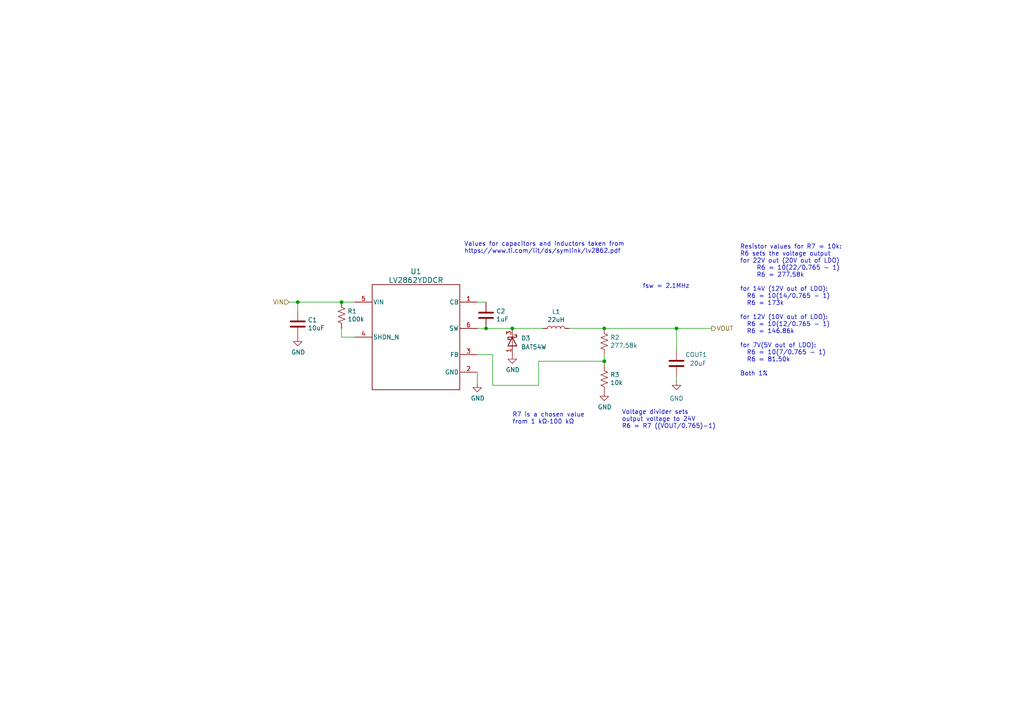
<source format=kicad_sch>
(kicad_sch (version 20230121) (generator eeschema)
  (paper "A4")
  (lib_symbols
    (symbol "Buck:LV2862YDDCR" (pin_names (offset 0.254))
      (property "Reference" "U" (at 0 2.54 0))
      (property "Value" "LV2862YDDCR" (at 17.78 8.89 0))
      (symbol "LV2862YDDCR_0_1"
        (polyline (pts (xy 5.08 -25.4) (xy 30.48 -25.4)) (stroke (width 0.2032)))
        (polyline (pts (xy 5.08 5.08) (xy 5.08 -25.4)) (stroke (width 0.2032)))
        (polyline (pts (xy 30.48 -25.4) (xy 30.48 5.08)) (stroke (width 0.2032)))
        (polyline (pts (xy 30.48 5.08) (xy 5.08 5.08)) (stroke (width 0.2032)))
        (pin unspecified line (at 35.56 0 180) (length 5.08) (name "CB") (number "1"))
        (pin power_in line (at 35.56 -20.32 180) (length 5.08) (name "GND") (number "2"))
        (pin unspecified line (at 35.56 -15.24 180) (length 5.08) (name "FB") (number "3"))
        (pin input line (at 0 -10.16 0) (length 5.08) (name "SHDN_N") (number "4"))
        (pin power_in line (at 0 0 0) (length 5.08) (name "VIN") (number "5"))
        (pin unspecified line (at 35.56 -7.62 180) (length 5.08) (name "SW") (number "6"))
      )
    )
    (symbol "Device:C" (pin_numbers hide) (pin_names (offset 0.254))
      (property "Reference" "C" (at 0.635 2.54 0))
      (property "Value" "C" (at 0.635 -2.54 0))
      (symbol "C_0_1"
        (polyline (pts (xy -2.032 -0.762) (xy 2.032 -0.762)) (stroke (width 0.508)))
        (polyline (pts (xy -2.032 0.762) (xy 2.032 0.762)) (stroke (width 0.508)))
      )
      (symbol "C_1_1"
        (pin passive line (at 0 3.81 270) (length 2.794) (name "~") (number "1"))
        (pin passive line (at 0 -3.81 90) (length 2.794) (name "~") (number "2"))
      )
    )
    (symbol "Device:L" (pin_numbers hide) (pin_names (offset 1.016) hide)
      (property "Reference" "L" (at -1.27 0 90))
      (property "Value" "L" (at 1.905 0 90))
      (symbol "L_0_1"
        (arc (start 0 -2.54) (mid 0.6323 -1.905) (end 0 -1.27))
        (arc (start 0 -1.27) (mid 0.6323 -0.635) (end 0 0))
        (arc (start 0 0) (mid 0.6323 0.635) (end 0 1.27))
        (arc (start 0 1.27) (mid 0.6323 1.905) (end 0 2.54))
      )
      (symbol "L_1_1"
        (pin passive line (at 0 3.81 270) (length 1.27) (name "1") (number "1"))
        (pin passive line (at 0 -3.81 90) (length 1.27) (name "2") (number "2"))
      )
    )
    (symbol "Device:R_US" (pin_numbers hide) (pin_names (offset 0))
      (property "Reference" "R" (at 2.54 0 90))
      (property "Value" "R_US" (at -2.54 0 90))
      (symbol "R_US_0_1"
        (polyline (pts (xy 0 -2.286) (xy 0 -2.54)))
        (polyline (pts (xy 0 2.286) (xy 0 2.54)))
        (polyline (pts (xy 0 -0.762) (xy 1.016 -1.143) (xy 0 -1.524) (xy -1.016 -1.905) (xy 0 -2.286)))
        (polyline (pts (xy 0 0.762) (xy 1.016 0.381) (xy 0 0) (xy -1.016 -0.381) (xy 0 -0.762)))
        (polyline (pts (xy 0 2.286) (xy 1.016 1.905) (xy 0 1.524) (xy -1.016 1.143) (xy 0 0.762)))
      )
      (symbol "R_US_1_1"
        (pin passive line (at 0 3.81 270) (length 1.27) (name "~") (number "1"))
        (pin passive line (at 0 -3.81 90) (length 1.27) (name "~") (number "2"))
      )
    )
    (symbol "Diode:BAT54W" (pin_names (offset 1.016) hide)
      (property "Reference" "D" (at 0 2.54 0))
      (property "Value" "BAT54W" (at 0 -2.54 0))
      (symbol "BAT54W_0_1"
        (polyline (pts (xy 1.27 0) (xy -1.27 0)))
        (polyline (pts (xy 1.27 1.27) (xy 1.27 -1.27) (xy -1.27 0) (xy 1.27 1.27)) (stroke (width 0.254)))
        (polyline (pts (xy -1.905 0.635) (xy -1.905 1.27) (xy -1.27 1.27) (xy -1.27 -1.27) (xy -0.635 -1.27) (xy -0.635 -0.635)) (stroke (width 0.254)))
      )
      (symbol "BAT54W_1_1"
        (pin passive line (at 3.81 0 180) (length 2.54) (name "A") (number "1"))
        (pin no_connect line (at 0 0 90) (length 2.54) hide (name "NC") (number "2"))
        (pin passive line (at -3.81 0 0) (length 2.54) (name "K") (number "3"))
      )
    )
    (symbol "power:GND" (power) (pin_names (offset 0))
      (property "Value" "GND" (at 0 -3.81 0))
      (symbol "GND_0_1"
        (polyline (pts (xy 0 0) (xy 0 -1.27) (xy 1.27 -1.27) (xy 0 -2.54) (xy -1.27 -1.27) (xy 0 -1.27)))
      )
      (symbol "GND_1_1"
        (pin power_in line (at 0 0 270) (length 0) hide (name "GND") (number "1"))
      )
    )
  )
  (junction (at 196.215 95.25))
  (junction (at 86.36 87.63))
  (junction (at 148.59 95.25))
  (junction (at 99.06 87.63))
  (junction (at 175.26 95.25))
  (junction (at 140.97 95.25))
  (junction (at 175.26 104.775))
  (wire (pts (xy 138.43 102.87) (xy 142.875 102.87)))
  (wire (pts (xy 86.36 87.63) (xy 83.82 87.63)))
  (wire (pts (xy 86.36 87.63) (xy 99.06 87.63)))
  (wire (pts (xy 138.43 87.63) (xy 140.97 87.63)))
  (wire (pts (xy 99.06 87.63) (xy 102.87 87.63)))
  (wire (pts (xy 196.215 110.49) (xy 196.215 109.22)))
  (wire (pts (xy 196.215 95.25) (xy 206.375 95.25)))
  (wire (pts (xy 138.43 95.25) (xy 140.97 95.25)))
  (wire (pts (xy 165.1 95.25) (xy 175.26 95.25)))
  (wire (pts (xy 140.97 95.25) (xy 148.59 95.25)))
  (wire (pts (xy 138.43 107.95) (xy 138.43 111.125)))
  (wire (pts (xy 156.21 104.775) (xy 175.26 104.775)))
  (wire (pts (xy 175.26 102.87) (xy 175.26 104.775)))
  (wire (pts (xy 142.875 111.76) (xy 156.21 111.76)))
  (wire (pts (xy 175.26 95.25) (xy 196.215 95.25)))
  (wire (pts (xy 99.06 97.79) (xy 102.87 97.79)))
  (wire (pts (xy 148.59 95.25) (xy 157.48 95.25)))
  (wire (pts (xy 156.21 111.76) (xy 156.21 104.775)))
  (wire (pts (xy 86.36 90.17) (xy 86.36 87.63)))
  (wire (pts (xy 175.26 104.775) (xy 175.26 106.045)))
  (wire (pts (xy 196.215 95.25) (xy 196.215 101.6)))
  (wire (pts (xy 142.875 102.87) (xy 142.875 111.76)))
  (wire (pts (xy 99.06 95.25) (xy 99.06 97.79)))
  (text " fsw = 2.1MHz\n" (at 185.42 83.82 0) (effects (font (size 1.27 1.27)) (justify left bottom)))
  (text "Values for capacitors and inductors taken from \nhttps://www.ti.com/lit/ds/symlink/lv2862.pdf\n" (at 134.62 73.66 0) (effects (font (size 1.27 1.27)) (justify left bottom)))
  (text "R7 is a chosen value\nfrom 1 kΩ–100 kΩ" (at 148.59 123.19 0) (effects (font (size 1.27 1.27)) (justify left bottom)))
  (text "Voltage divider sets\noutput voltage to 24V\nR6 = R7 ((VOUT/0.765)-1)" (at 180.34 124.46 0) (effects (font (size 1.27 1.27)) (justify left bottom)))
  (text "Resistor values for R7 = 10k:\nR6 sets the voltage output\nfor 22V out (20V out of LDO)\n	R6 = 10(22/0.765 - 1)\n	R6 = 277.58k\n\nfor 14V (12V out of LDO):\n  R6 = 10(14/0.765 - 1)\n  R6 = 173k\n\nfor 12V (10V out of LDO):\n  R6 = 10(12/0.765 - 1)\n  R6 = 146.86k\n\nfor 7V(5V out of LDO):\n  R6 = 10(7/0.765 - 1)\n  R6 = 81.50k\n\nBoth 1%" (at 214.63 109.22 0) (effects (font (size 1.27 1.27)) (justify left bottom)))
  (hierarchical_label "VOUT" (shape output) (at 206.375 95.25 0))
  (hierarchical_label "VIN" (shape input) (at 83.82 87.63 180))
  (symbol (lib_id "Device:C") (at 86.36 93.98 0) (unit 1)
    (property "Reference" "C1" (at 89.281 92.8116 0) (effects (justify left)))
    (property "Value" "10uF" (at 89.281 95.123 0) (effects (justify left)))
    (property "Footprint" "Capacitor_SMD:C_0805_2012Metric_Pad1.18x1.45mm_HandSolder" (effects hide))
  )
  (symbol (lib_id "power:GND") (at 86.36 97.79 0) (unit 1)
    (property "Reference" "#PWR0105" (effects hide))
    (property "Value" "GND" (at 86.487 102.1842 0))
  )
  (symbol (lib_id "Device:C") (at 140.97 91.44 180) (unit 1)
    (property "Reference" "C2" (at 143.891 90.2716 0) (effects (justify right)))
    (property "Value" "1uF" (at 143.891 92.583 0) (effects (justify right)))
    (property "Footprint" "Capacitor_SMD:C_0805_2012Metric_Pad1.18x1.45mm_HandSolder" (effects hide))
  )
  (symbol (lib_id "Device:L") (at 161.29 95.25 90) (unit 1)
    (property "Reference" "L1" (at 161.29 90.424 90))
    (property "Value" "22uH" (at 161.29 92.7354 90))
    (property "Footprint" "Inductor_SMD:L_0805_2012Metric_Pad1.15x1.40mm_HandSolder" (effects hide))
  )
  (symbol (lib_id "Device:R_US") (at 175.26 99.06 0) (unit 1)
    (property "Reference" "R2" (at 176.9872 97.8916 0) (effects (justify left)))
    (property "Value" "277.58k" (at 176.9872 100.203 0) (effects (justify left)))
    (property "Footprint" "Resistor_SMD:R_0805_2012Metric_Pad1.20x1.40mm_HandSolder" (effects hide))
  )
  (symbol (lib_id "power:GND") (at 148.59 102.87 0) (unit 1)
    (property "Reference" "#PWR0102" (effects hide))
    (property "Value" "GND" (at 148.717 107.2642 0))
  )
  (symbol (lib_id "power:GND") (at 196.215 110.49 0) (unit 1)
    (property "Reference" "#PWR0103" (effects hide))
    (property "Value" "GND" (at 196.215 115.57 0))
  )
  (symbol (lib_id "Buck:LV2862YDDCR") (at 102.87 87.63 0) (unit 1)
    (property "Reference" "U1" (at 120.65 78.74 0) (effects (font (size 1.524 1.524))))
    (property "Value" "LV2862YDDCR" (at 120.65 81.28 0) (effects (font (size 1.524 1.524))))
    (property "Footprint" "Package_TO_SOT_SMD:TSOT-23-6_HandSoldering" (effects hide))
    (property "Datasheet" "LV2862YDDCR" (effects hide))
  )
  (symbol (lib_id "Device:R_US") (at 99.06 91.44 0) (unit 1)
    (property "Reference" "R1" (at 100.7872 90.2716 0) (effects (justify left)))
    (property "Value" "100k" (at 100.7872 92.583 0) (effects (justify left)))
    (property "Footprint" "Resistor_SMD:R_0805_2012Metric_Pad1.20x1.40mm_HandSolder" (effects hide))
  )
  (symbol (lib_id "Device:R_US") (at 175.26 109.855 0) (unit 1)
    (property "Reference" "R3" (at 176.9872 108.6866 0) (effects (justify left)))
    (property "Value" "10k" (at 176.9872 110.998 0) (effects (justify left)))
    (property "Footprint" "Resistor_SMD:R_0805_2012Metric_Pad1.20x1.40mm_HandSolder" (effects hide))
  )
  (symbol (lib_id "Diode:BAT54W") (at 148.59 99.06 270) (unit 1)
    (property "Reference" "D3" (at 151.13 98.1075 90) (effects (justify left)))
    (property "Value" "BAT54W" (at 151.13 100.6475 90) (effects (justify left)))
    (property "Footprint" "Package_TO_SOT_SMD:SOT-323_SC-70" (effects hide))
    (property "Datasheet" "https://assets.nexperia.com/documents/data-sheet/BAT54W_SER.pdf" (effects hide))
  )
  (symbol (lib_id "power:GND") (at 175.26 113.665 0) (unit 1)
    (property "Reference" "#PWR0104" (effects hide))
    (property "Value" "GND" (at 175.387 118.0592 0))
  )
  (symbol (lib_id "power:GND") (at 138.43 111.125 0) (unit 1)
    (property "Reference" "#PWR0101" (effects hide))
    (property "Value" "GND" (at 138.557 115.5192 0))
  )
  (symbol (lib_id "Device:C") (at 196.215 105.41 0) (unit 1)
    (property "Reference" "COUT1" (at 198.755 102.87 0) (effects (justify left)))
    (property "Value" "20uF" (at 200.025 105.41 0) (effects (justify left)))
    (property "Footprint" "Capacitor_SMD:C_0805_2012Metric_Pad1.18x1.45mm_HandSolder" (effects hide))
  )
)
</source>
